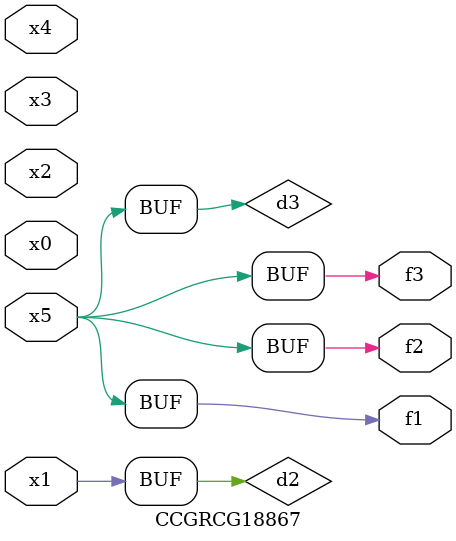
<source format=v>
module CCGRCG18867(
	input x0, x1, x2, x3, x4, x5,
	output f1, f2, f3
);

	wire d1, d2, d3;

	not (d1, x5);
	or (d2, x1);
	xnor (d3, d1);
	assign f1 = d3;
	assign f2 = d3;
	assign f3 = d3;
endmodule

</source>
